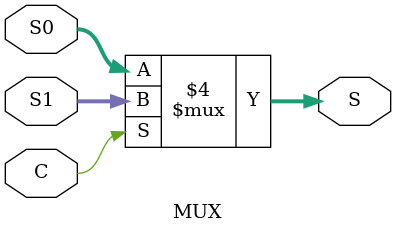
<source format=sv>
module MUX
(
	input  logic  [3:0] S0, S1,
	input  logic        C,
	output logic  [3:0] S
);
	  
	  
	  always_comb
	  begin
		   if (C==0)
				S[3:0] = S0[3:0];
			else
				S[3:0] = S1[3:0];
	  end
     
endmodule


</source>
